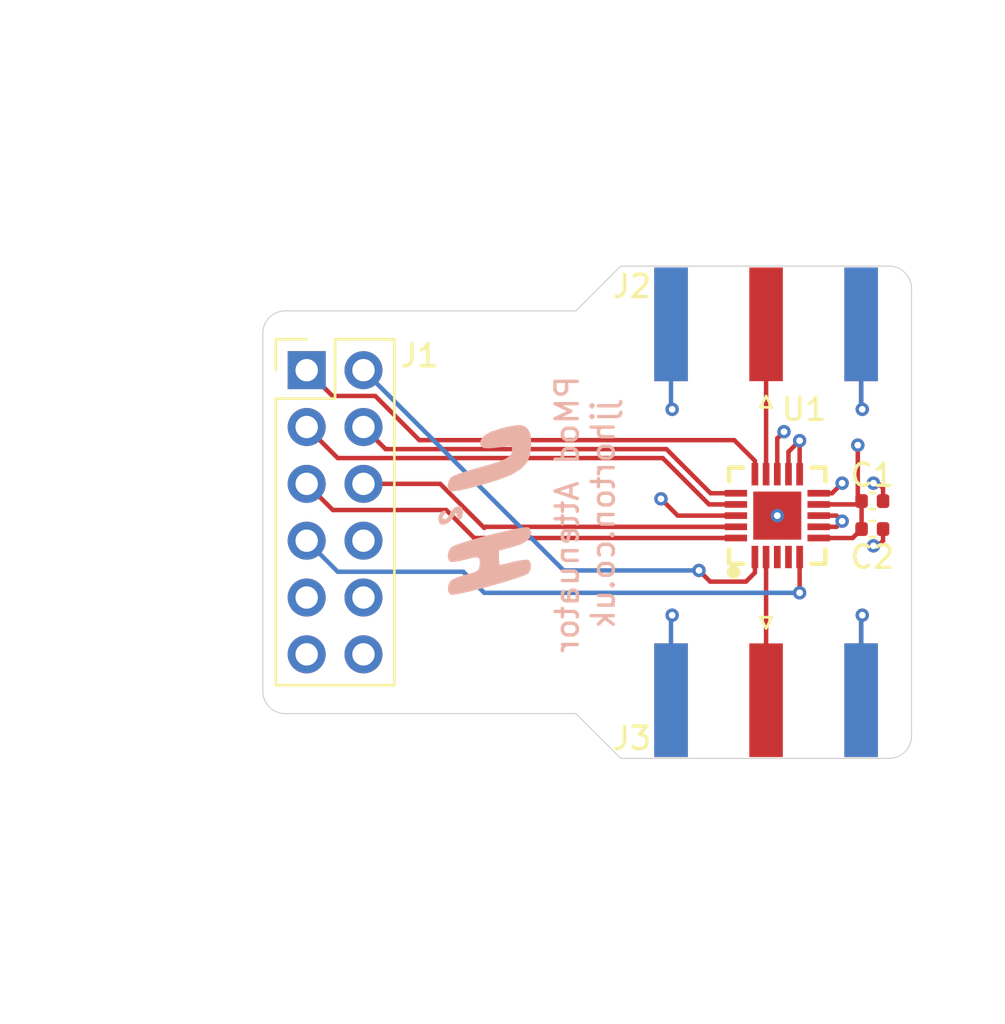
<source format=kicad_pcb>
(kicad_pcb (version 20241229) (generator "pcbnew") (generator_version "9.0")
  (layers (0 "F.Cu" signal) (4 "In1.Cu" signal) (6 "In2.Cu" signal) (2 "B.Cu" signal) (13 "F.Paste" user) (15 "B.Paste" user) (5 "F.SilkS" user "F.Silkscreen") (7 "B.SilkS" user "B.Silkscreen") (1 "F.Mask" user) (3 "B.Mask" user) (25 "Edge.Cuts" user))
  (net 0 "")
  (net 1 "+3V3")
  (net 2 "GND")
  (net 3 "Data_C2")
  (net 4 "Data_C1")
  (net 5 "Data_C16")
  (net 7 "Data_C4")
  (net 8 "LE")
  (net 9 "Data_C8")
  (net 10 "Data_C5")
  (net 12 "Net-(J3-In)")
  (net 14 "Net-(J2-In)")
  (footprint "easyeda:QFN-20_L4.0-W4.0-P0.50-BL-EP2.2" (layer "F.Cu") (at 154 92.15)
    (property "Reference" "U1" (at 1.2 -4.75 0) (layer "F.SilkS"))
    (property "Value" "PE4312C-Z")
    (fp_line (start -2.15 -2.15) (end -2.15 -1.53) (stroke (width 0.2)) (layer "F.SilkS"))
    (fp_line (start -2.15 2.15) (end -2.15 1.52) (stroke (width 0.2)) (layer "F.SilkS"))
    (fp_line (start -1.52 -2.15) (end -2.15 -2.15) (stroke (width 0.2)) (layer "F.SilkS"))
    (fp_line (start -1.52 2.15) (end -2.15 2.15) (stroke (width 0.2)) (layer "F.SilkS"))
    (fp_line (start 1.53 2.15) (end 2.15 2.15) (stroke (width 0.2)) (layer "F.SilkS"))
    (fp_line (start 2.15 -2.15) (end 1.53 -2.15) (stroke (width 0.2)) (layer "F.SilkS"))
    (fp_line (start 2.15 -1.53) (end 2.15 -2.15) (stroke (width 0.2)) (layer "F.SilkS"))
    (fp_line (start 2.15 2.15) (end 2.15 1.52) (stroke (width 0.2)) (layer "F.SilkS"))
    (fp_arc (start -1.95 2.52) (mid -1.95 2.52) (end -1.95 2.52) (stroke (width 0.3)) (layer "F.SilkS"))
    (pad "1" smd rect (at -1 1.85 180) (size 0.3 1) (layers "F.Cu" "F.Mask" "F.Paste") (net 5 "Data_C16"))
    (pad "2" smd rect (at -0.5 1.85 180) (size 0.3 1) (layers "F.Cu" "F.Mask" "F.Paste") (net 12 "Net-(J3-In)"))
    (pad "3" smd rect (at 0 1.85 180) (size 0.3 1) (layers "F.Cu" "F.Mask" "F.Paste"))
    (pad "4" smd rect (at 0.5 1.85 180) (size 0.3 1) (layers "F.Cu" "F.Mask" "F.Paste"))
    (pad "5" smd rect (at 1 1.85 180) (size 0.3 1) (layers "F.Cu" "F.Mask" "F.Paste") (net 8 "LE"))
    (pad "6" smd rect (at 1.85 1 90) (size 0.3 1) (layers "F.Cu" "F.Mask" "F.Paste") (net 1 "+3V3"))
    (pad "7" smd rect (at 1.85 0.5 90) (size 0.3 1) (layers "F.Cu" "F.Mask" "F.Paste") (net 2 "GND"))
    (pad "8" smd rect (at 1.85 0 90) (size 0.3 1) (layers "F.Cu" "F.Mask" "F.Paste") (net 2 "GND"))
    (pad "9" smd rect (at 1.85 -0.5 90) (size 0.3 1) (layers "F.Cu" "F.Mask" "F.Paste") (net 1 "+3V3"))
    (pad "10" smd rect (at 1.85 -1 90) (size 0.3 1) (layers "F.Cu" "F.Mask" "F.Paste") (net 2 "GND"))
    (pad "11" smd rect (at 1 -1.85 180) (size 0.3 1) (layers "F.Cu" "F.Mask" "F.Paste") (net 2 "GND"))
    (pad "12" smd rect (at 0.5 -1.85 180) (size 0.3 1) (layers "F.Cu" "F.Mask" "F.Paste") (net 2 "GND"))
    (pad "13" smd rect (at 0 -1.85 180) (size 0.3 1) (layers "F.Cu" "F.Mask" "F.Paste") (net 2 "GND"))
    (pad "14" smd rect (at -0.5 -1.85 180) (size 0.3 1) (layers "F.Cu" "F.Mask" "F.Paste") (net 14 "Net-(J2-In)"))
    (pad "15" smd rect (at -1 -1.85 180) (size 0.3 1) (layers "F.Cu" "F.Mask" "F.Paste") (net 9 "Data_C8"))
    (pad "16" smd rect (at -1.85 -1 90) (size 0.3 1) (layers "F.Cu" "F.Mask" "F.Paste") (net 7 "Data_C4"))
    (pad "17" smd rect (at -1.85 -0.5 90) (size 0.3 1) (layers "F.Cu" "F.Mask" "F.Paste") (net 3 "Data_C2"))
    (pad "18" smd rect (at -1.85 0 90) (size 0.3 1) (layers "F.Cu" "F.Mask" "F.Paste") (net 2 "GND"))
    (pad "19" smd rect (at -1.85 0.5 90) (size 0.3 1) (layers "F.Cu" "F.Mask" "F.Paste") (net 4 "Data_C1"))
    (pad "20" smd rect (at -1.85 1 90) (size 0.3 1) (layers "F.Cu" "F.Mask" "F.Paste") (net 10 "Data_C5"))
    (pad "21" smd rect (at 0 0 90) (size 2.15 2.15) (layers "F.Cu" "F.Mask" "F.Paste") (net 2 "GND"))
  )
  (footprint "Capacitor_SMD:C_0402_1005Metric" (layer "F.Cu") (at 158.25 91.5)
    (property "Reference" "C1" (at 0 -1.16 0) (layer "F.SilkS"))
    (property "Value" "0.1uf")
    (fp_line (start -0.107836 -0.36) (end 0.107836 -0.36) (stroke (width 0.12)) (layer "F.SilkS"))
    (fp_line (start -0.107836 0.36) (end 0.107836 0.36) (stroke (width 0.12)) (layer "F.SilkS"))
    (pad "1" smd roundrect (at -0.48 0) (size 0.56 0.62) (layers "F.Cu" "F.Mask" "F.Paste") (net 1 "+3V3"))
    (pad "2" smd roundrect (at 0.48 0) (size 0.56 0.62) (layers "F.Cu" "F.Mask" "F.Paste") (net 2 "GND"))
  )
  (footprint "Connector_Coaxial:SMA_Amphenol_132289_EdgeMount" (layer "F.Cu") (at 153.5 83.6 90)
    (property "Reference" "J2" (at 1.7 -6 0) (layer "F.SilkS"))
    (property "Value" "Conn_Coaxial")
    (fp_line (start -3.71 -0.25) (end -3.71 0.25) (stroke (width 0.12)) (layer "F.SilkS"))
    (fp_line (start -3.21 0) (end -3.71 -0.25) (stroke (width 0.12)) (layer "F.SilkS"))
    (fp_line (start -3.71 0.25) (end -3.21 0) (stroke (width 0.12)) (layer "F.SilkS"))
    (pad "1" smd rect (at 0 0 180) (size 1.5 5.08) (layers "F.Cu" "F.Mask" "F.Paste") (net 14 "Net-(J2-In)"))
    (pad "2" smd rect (at 0 -4.25 180) (size 1.5 5.08) (layers "F.Cu" "F.Mask" "F.Paste") (net 2 "GND"))
    (pad "2" smd rect (at 0 -4.25 180) (size 1.5 5.08) (layers "B.Cu" "B.Mask" "B.Paste") (net 2 "GND"))
    (pad "2" smd rect (at 0 4.25 180) (size 1.5 5.08) (layers "F.Cu" "F.Mask" "F.Paste") (net 2 "GND"))
    (pad "2" smd rect (at 0 4.25 180) (size 1.5 5.08) (layers "B.Cu" "B.Mask" "B.Paste") (net 2 "GND"))
  )
  (footprint "Connector_PinHeader_2.54mm:PinHeader_2x06_P2.54mm_Vertical" (layer "F.Cu") (at 132.96 85.65)
    (property "Reference" "J1" (at 5.04 -0.65 0) (layer "F.SilkS"))
    (property "Value" "Conn_02x06_Odd_Even")
    (fp_line (start -1.38 -1.38) (end 0 -1.38) (stroke (width 0.12)) (layer "F.SilkS"))
    (fp_line (start -1.38 0) (end -1.38 -1.38) (stroke (width 0.12)) (layer "F.SilkS"))
    (fp_line (start -1.38 1.27) (end -1.38 14.08) (stroke (width 0.12)) (layer "F.SilkS"))
    (fp_line (start -1.38 1.27) (end 1.27 1.27) (stroke (width 0.12)) (layer "F.SilkS"))
    (fp_line (start -1.38 14.08) (end 3.92 14.08) (stroke (width 0.12)) (layer "F.SilkS"))
    (fp_line (start 1.27 -1.38) (end 3.92 -1.38) (stroke (width 0.12)) (layer "F.SilkS"))
    (fp_line (start 1.27 1.27) (end 1.27 -1.38) (stroke (width 0.12)) (layer "F.SilkS"))
    (fp_line (start 3.92 -1.38) (end 3.92 14.08) (stroke (width 0.12)) (layer "F.SilkS"))
    (pad "1" thru_hole rect (at 0 0) (size 1.7 1.7) (drill 1) (layers "*.Cu" "*.Mask") (net 9 "Data_C8"))
    (pad "2" thru_hole circle (at 2.54 0) (size 1.7 1.7) (drill 1) (layers "*.Cu" "*.Mask") (net 5 "Data_C16"))
    (pad "3" thru_hole circle (at 0 2.54) (size 1.7 1.7) (drill 1) (layers "*.Cu" "*.Mask") (net 3 "Data_C2"))
    (pad "4" thru_hole circle (at 2.54 2.54) (size 1.7 1.7) (drill 1) (layers "*.Cu" "*.Mask") (net 7 "Data_C4"))
    (pad "5" thru_hole circle (at 0 5.08) (size 1.7 1.7) (drill 1) (layers "*.Cu" "*.Mask") (net 10 "Data_C5"))
    (pad "6" thru_hole circle (at 2.54 5.08) (size 1.7 1.7) (drill 1) (layers "*.Cu" "*.Mask") (net 4 "Data_C1"))
    (pad "7" thru_hole circle (at 0 7.62) (size 1.7 1.7) (drill 1) (layers "*.Cu" "*.Mask") (net 8 "LE"))
    (pad "8" thru_hole circle (at 2.54 7.62) (size 1.7 1.7) (drill 1) (layers "*.Cu" "*.Mask"))
    (pad "9" thru_hole circle (at 0 10.16) (size 1.7 1.7) (drill 1) (layers "*.Cu" "*.Mask") (net 2 "GND"))
    (pad "10" thru_hole circle (at 2.54 10.16) (size 1.7 1.7) (drill 1) (layers "*.Cu" "*.Mask") (net 2 "GND"))
    (pad "11" thru_hole circle (at 0 12.7) (size 1.7 1.7) (drill 1) (layers "*.Cu" "*.Mask") (net 1 "+3V3"))
    (pad "12" thru_hole circle (at 2.54 12.7) (size 1.7 1.7) (drill 1) (layers "*.Cu" "*.Mask") (net 1 "+3V3"))
  )
  (footprint "Capacitor_SMD:C_0402_1005Metric" (layer "F.Cu") (at 158.25 92.75)
    (property "Reference" "C2" (at 0 1.25 0) (layer "F.SilkS"))
    (property "Value" "100pF")
    (fp_line (start -0.107836 -0.36) (end 0.107836 -0.36) (stroke (width 0.12)) (layer "F.SilkS"))
    (fp_line (start -0.107836 0.36) (end 0.107836 0.36) (stroke (width 0.12)) (layer "F.SilkS"))
    (pad "1" smd roundrect (at -0.48 0) (size 0.56 0.62) (layers "F.Cu" "F.Mask" "F.Paste") (net 1 "+3V3"))
    (pad "2" smd roundrect (at 0.48 0) (size 0.56 0.62) (layers "F.Cu" "F.Mask" "F.Paste") (net 2 "GND"))
  )
  (footprint "Connector_Coaxial:SMA_Amphenol_132289_EdgeMount" (layer "F.Cu") (at 153.5 100.4 -90)
    (property "Reference" "J3" (at 1.7 6 0) (layer "F.SilkS"))
    (property "Value" "Conn_Coaxial")
    (fp_line (start -3.71 0.25) (end -3.21 0) (stroke (width 0.12)) (layer "F.SilkS"))
    (fp_line (start -3.21 0) (end -3.71 -0.25) (stroke (width 0.12)) (layer "F.SilkS"))
    (fp_line (start -3.71 -0.25) (end -3.71 0.25) (stroke (width 0.12)) (layer "F.SilkS"))
    (pad "1" smd rect (at 0 0) (size 1.5 5.08) (layers "F.Cu" "F.Mask" "F.Paste") (net 12 "Net-(J3-In)"))
    (pad "2" smd rect (at 0 -4.25) (size 1.5 5.08) (layers "F.Cu" "F.Mask" "F.Paste") (net 2 "GND"))
    (pad "2" smd rect (at 0 -4.25) (size 1.5 5.08) (layers "B.Cu" "B.Mask" "B.Paste") (net 2 "GND"))
    (pad "2" smd rect (at 0 4.25) (size 1.5 5.08) (layers "F.Cu" "F.Mask" "F.Paste") (net 2 "GND"))
    (pad "2" smd rect (at 0 4.25) (size 1.5 5.08) (layers "B.Cu" "B.Mask" "B.Paste") (net 2 "GND"))
  )
  (footprint "jjh:j2h_small" (layer "B.Cu") (at 141.3 91.9 -90)
    (property "Reference" "G***" (hide yes))
    (property "Value" "LOGO" (hide yes))
    (fp_poly (pts (xy 0.600871 2.393282) (xy 0.644177 2.334949) (xy 0.638427 2.138705) (xy 0.512548 1.933058) (xy 0.302723 1.773723) (xy 0.270019 1.758832) (xy 0.118525 1.689685) (xy 0.115652 1.655199) (xy 0.232834 1.629997) (xy 0.39938 1.562052) (xy 0.424049 1.468015) (xy 0.32157 1.386201) (xy 0.127 1.354667) (xy -0.081456 1.376338) (xy -0.162652 1.454071) (xy -0.168037 1.502833) (xy -0.110065 1.730766) (xy 0.0774 1.889396) (xy 0.192223 1.939941) (xy 0.358612 2.042927) (xy 0.423334 2.156905) (xy 0.379179 2.273896) (xy 0.262158 2.248576) (xy 0.187678 2.185811) (xy 0.071751 2.12442) (xy 0.021186 2.182195) (xy 0.071385 2.311641) (xy 0.082969 2.326287) (xy 0.242541 2.427061) (xy 0.440065 2.449776) (xy 0.600871 2.393282)) (stroke (width 0.01)) (fill yes) (layer "B.SilkS"))
    (fp_poly (pts (xy -0.916266 2.009227) (xy -0.853482 1.905249) (xy -0.846666 1.779412) (xy -0.873808 1.544377) (xy -0.947163 1.192884) (xy -1.054627 0.767452) (xy -1.184096 0.310597) (xy -1.323466 -0.135162) (xy -1.460632 -0.527309) (xy -1.583491 -0.823326) (xy -1.593507 -0.843949) (xy -1.84552 -1.254772) (xy -2.138795 -1.518476) (xy -2.508188 -1.657156) (xy -2.933521 -1.693333) (xy -3.263589 -1.680518) (xy -3.476315 -1.633994) (xy -3.622307 -1.541641) (xy -3.640666 -1.524) (xy -3.743665 -1.393135) (xy -3.79329 -1.236553) (xy -3.789599 -1.019163) (xy -3.732647 -0.70587) (xy -3.64259 -0.338667) (xy -3.490729 0.121096) (xy -3.312754 0.419638) (xy -3.103321 0.563792) (xy -2.927834 0.575511) (xy -2.820682 0.519823) (xy -2.766175 0.376243) (xy -2.762291 0.122477) (xy -2.807013 -0.263767) (xy -2.835438 -0.4445) (xy -2.870183 -0.685662) (xy -2.858652 -0.803872) (xy -2.78396 -0.842943) (xy -2.68046 -0.846667) (xy -2.529615 -0.818556) (xy -2.398393 -0.720882) (xy -2.276258 -0.533626) (xy -2.152674 -0.236772) (xy -2.017104 0.189696) (xy -1.88659 0.661479) (xy -1.769102 1.076097) (xy -1.65248 1.440471) (xy -1.549369 1.717989) (xy -1.472416 1.872037) (xy -1.465559 1.880465) (xy -1.280323 1.994264) (xy -1.087544 2.032) (xy -0.916266 2.009227)) (stroke (width 0.01)) (fill yes) (layer "B.SilkS"))
    (fp_poly (pts (xy 2.237663 1.98957) (xy 2.315048 1.909091) (xy 2.317395 1.769299) (xy 2.277991 1.521819) (xy 2.206716 1.225413) (xy 2.12553 0.898368) (xy 2.114169 0.702877) (xy 2.18633 0.610734) (xy 2.355712 0.593731) (xy 2.506774 0.60752) (xy 2.633231 0.636476) (xy 2.720861 0.712238) (xy 2.792752 0.872) (xy 2.871995 1.152955) (xy 2.890385 1.225482) (xy 2.984196 1.534236) (xy 3.089379 1.783792) (xy 3.183707 1.921744) (xy 3.186641 1.923982) (xy 3.398254 2.015938) (xy 3.611894 2.018021) (xy 3.761774 1.933431) (xy 3.783231 1.894971) (xy 3.781034 1.761583) (xy 3.735539 1.498458) (xy 3.655356 1.13665) (xy 3.549094 0.707213) (xy 3.425361 0.241201) (xy 3.292766 -0.230331) (xy 3.159919 -0.67633) (xy 3.035428 -1.06574) (xy 2.927903 -1.36751) (xy 2.845952 -1.550583) (xy 2.817806 -1.5875) (xy 2.614785 -1.676754) (xy 2.404105 -1.681246) (xy 2.254233 -1.603673) (xy 2.231205 -1.564388) (xy 2.225391 -1.419684) (xy 2.258883 -1.168692) (xy 2.318529 -0.890821) (xy 2.38814 -0.607242) (xy 2.437404 -0.394221) (xy 2.455334 -0.3001) (xy 2.380384 -0.27063) (xy 2.194237 -0.25484) (xy 2.132988 -0.254) (xy 1.810642 -0.254) (xy 1.656137 -0.849699) (xy 1.514022 -1.275408) (xy 1.343928 -1.546476) (xy 1.135247 -1.676698) (xy 1.007528 -1.693333) (xy 0.831352 -1.632768) (xy 0.778031 -1.585649) (xy 0.769726 -1.471454) (xy 0.803174 -1.225705) (xy 0.870567 -0.878769) (xy 0.964097 -0.461011) (xy 1.075958 -0.002795) (xy 1.198342 0.465513) (xy 1.323442 0.913547) (xy 1.443449 1.310942) (xy 1.550558 1.627333) (xy 1.636959 1.832354) (xy 1.670065 1.883733) (xy 1.842479 1.991941) (xy 2.054555 2.02812) (xy 2.237663 1.98957)) (stroke (width 0.01)) (fill yes) (layer "B.SilkS"))
  )
  (gr_line (start 147 81) (end 145 83) (stroke (width 0.05)) (layer "Edge.Cuts"))
  (gr_line (start 131 84) (end 131 100) (stroke (width 0.05)) (layer "Edge.Cuts"))
  (gr_arc (start 131 84) (mid 131.292893 83.292893) (end 132 83) (stroke (width 0.05)) (layer "Edge.Cuts"))
  (gr_line (start 147 103) (end 159 103) (stroke (width 0.05)) (layer "Edge.Cuts"))
  (gr_line (start 160 102) (end 160 82) (stroke (width 0.05)) (layer "Edge.Cuts"))
  (gr_arc (start 159 81) (mid 159.707107 81.292893) (end 160 82) (stroke (width 0.05)) (layer "Edge.Cuts"))
  (gr_line (start 159 81) (end 147 81) (stroke (width 0.05)) (layer "Edge.Cuts"))
  (gr_arc (start 160 102) (mid 159.707107 102.707107) (end 159 103) (stroke (width 0.05)) (layer "Edge.Cuts"))
  (gr_line (start 145 83) (end 132 83) (stroke (width 0.05)) (layer "Edge.Cuts"))
  (gr_line (start 145 101) (end 147 103) (stroke (width 0.05)) (layer "Edge.Cuts"))
  (gr_arc (start 132 101) (mid 131.292893 100.707107) (end 131 100) (stroke (width 0.05)) (layer "Edge.Cuts"))
  (gr_line (start 132 101) (end 145 101) (stroke (width 0.05)) (layer "Edge.Cuts"))
  (gr_text "PMod Attenuator\njjhorton.co.uk" (at 146.8 92.1 90) (layer "B.SilkS") (effects (font (size 1 1)) (justify bottom mirror)))
  (segment (start 155.85 93.15) (end 157.37 93.15) (width 0.2) (layer "F.Cu") (net 1))
  (segment (start 157.6 91.33) (end 157.6 90.1) (width 0.2) (layer "F.Cu") (net 1))
  (segment (start 157.62 91.65) (end 157.77 91.5) (width 0.2) (layer "F.Cu") (net 1))
  (segment (start 157.6 90.1) (end 157.6 89) (width 0.2) (layer "F.Cu") (net 1))
  (segment (start 157.77 91.5) (end 157.77 92.75) (width 0.2) (layer "F.Cu") (net 1))
  (segment (start 157.6 91.33) (end 157.77 91.5) (width 0.2) (layer "F.Cu") (net 1))
  (segment (start 157.37 93.15) (end 157.77 92.75) (width 0.2) (layer "F.Cu") (net 1))
  (segment (start 155.85 91.65) (end 157.62 91.65) (width 0.2) (layer "F.Cu") (net 1))
  (via (at 157.6 89) (size 0.6) (drill 0.3) (layers "F.Cu" "B.Cu") (net 1))
  (segment (start 149.25 100.4) (end 149.25 96.65) (width 0.2) (layer "F.Cu") (net 2))
  (segment (start 149.25 83.6) (end 149.25 87.35) (width 0.2) (layer "F.Cu") (net 2))
  (segment (start 157.75 83.6) (end 157.75 87.35) (width 0.2) (layer "F.Cu") (net 2))
  (segment (start 157.75 87.35) (end 157.8 87.4) (width 0.2) (layer "F.Cu") (net 2))
  (segment (start 149.25 96.65) (end 149.3 96.6) (width 0.2) (layer "F.Cu") (net 2))
  (segment (start 158.73 93.27) (end 158.73 92.75) (width 0.2) (layer "F.Cu") (net 2))
  (segment (start 157.75 100.4) (end 157.75 96.65) (width 0.2) (layer "F.Cu") (net 2))
  (segment (start 149.25 87.35) (end 149.3 87.4) (width 0.2) (layer "F.Cu") (net 2))
  (segment (start 157.75 96.65) (end 157.8 96.6) (width 0.2) (layer "F.Cu") (net 2))
  (segment (start 154.5 90.3) (end 154.5 89.3) (width 0.2) (layer "F.Cu") (net 2))
  (segment (start 155 90.3) (end 155 88.8) (width 0.2) (layer "F.Cu") (net 2))
  (segment (start 155.85 91.15) (end 156.45 91.15) (width 0.2) (layer "F.Cu") (net 2))
  (segment (start 155.85 92.65) (end 156.65 92.65) (width 0.2) (layer "F.Cu") (net 2))
  (segment (start 158.5 90.7) (end 158.73 90.93) (width 0.2) (layer "F.Cu") (net 2))
  (segment (start 158.3 93.5) (end 158.5 93.5) (width 0.2) (layer "F.Cu") (net 2))
  (segment (start 156.65 92.65) (end 156.9 92.4) (width 0.2) (layer "F.Cu") (net 2))
  (segment (start 154.5 89.3) (end 155 88.8) (width 0.2) (layer "F.Cu") (net 2))
  (segment (start 155.85 92.15) (end 156.65 92.15) (width 0.2) (layer "F.Cu") (net 2))
  (segment (start 156.45 91.15) (end 156.9 90.7) (width 0.2) (layer "F.Cu") (net 2))
  (segment (start 158.5 93.5) (end 158.73 93.27) (width 0.2) (layer "F.Cu") (net 2))
  (segment (start 158.3 90.7) (end 158.5 90.7) (width 0.2) (layer "F.Cu") (net 2))
  (segment (start 158.73 90.93) (end 158.73 91.5) (width 0.2) (layer "F.Cu") (net 2))
  (segment (start 152.15 92.15) (end 149.55 92.15) (width 0.2) (layer "F.Cu") (net 2))
  (segment (start 149.55 92.15) (end 148.8 91.4) (width 0.2) (layer "F.Cu") (net 2))
  (segment (start 154 88.7) (end 154.3 88.4) (width 0.2) (layer "F.Cu") (net 2))
  (segment (start 154 90.3) (end 154 88.7) (width 0.2) (layer "F.Cu") (net 2))
  (segment (start 156.65 92.15) (end 156.9 92.4) (width 0.2) (layer "F.Cu") (net 2))
  (via (at 156.9 90.7) (size 0.6) (drill 0.3) (layers "F.Cu" "B.Cu") (net 2))
  (via (at 149.3 96.6) (size 0.6) (drill 0.3) (layers "F.Cu" "B.Cu") (net 2))
  (via (at 157.8 96.6) (size 0.6) (drill 0.3) (layers "F.Cu" "B.Cu") (net 2))
  (via (at 158.3 90.7) (size 0.6) (drill 0.3) (layers "F.Cu" "B.Cu") (net 2))
  (via (at 154 92.15) (size 0.6) (drill 0.3) (layers "F.Cu" "B.Cu") (net 2))
  (via (at 156.9 92.4) (size 0.6) (drill 0.3) (layers "F.Cu" "B.Cu") (net 2))
  (via (at 155 88.8) (size 0.6) (drill 0.3) (layers "F.Cu" "B.Cu") (net 2))
  (via (at 157.8 87.4) (size 0.6) (drill 0.3) (layers "F.Cu" "B.Cu") (net 2))
  (via (at 154.3 88.4) (size 0.6) (drill 0.3) (layers "F.Cu" "B.Cu") (net 2))
  (via (at 148.8 91.4) (size 0.6) (drill 0.3) (layers "F.Cu" "B.Cu") (net 2))
  (via (at 149.3 87.4) (size 0.6) (drill 0.3) (layers "F.Cu" "B.Cu") (net 2))
  (via (at 158.3 93.5) (size 0.6) (drill 0.3) (layers "F.Cu" "B.Cu") (net 2))
  (segment (start 157.75 87.35) (end 157.75 83.6) (width 0.2) (layer "B.Cu") (net 2))
  (segment (start 149.25 100.4) (end 149.25 96.65) (width 0.2) (layer "B.Cu") (net 2))
  (segment (start 157.8 87.4) (end 157.75 87.35) (width 0.2) (layer "B.Cu") (net 2))
  (segment (start 149.25 96.65) (end 149.3 96.6) (width 0.2) (layer "B.Cu") (net 2))
  (segment (start 149.3 87.4) (end 149.25 87.35) (width 0.2) (layer "B.Cu") (net 2))
  (segment (start 157.75 96.65) (end 157.8 96.6) (width 0.2) (layer "B.Cu") (net 2))
  (segment (start 157.75 100.4) (end 157.75 96.65) (width 0.2) (layer "B.Cu") (net 2))
  (segment (start 149.25 87.35) (end 149.25 83.6) (width 0.2) (layer "B.Cu") (net 2))
  (segment (start 134.349 89.579) (end 132.96 88.19) (width 0.2) (layer "F.Cu") (net 3))
  (segment (start 150.95 91.65) (end 148.879 89.579) (width 0.2) (layer "F.Cu") (net 3))
  (segment (start 148.879 89.579) (end 134.349 89.579) (width 0.2) (layer "F.Cu") (net 3))
  (segment (start 152.15 91.65) (end 150.95 91.65) (width 0.2) (layer "F.Cu") (net 3))
  (segment (start 140.9 92.7) (end 138.93 90.73) (width 0.2) (layer "F.Cu") (net 4))
  (segment (start 140.95 92.65) (end 140.9 92.7) (width 0.2) (layer "F.Cu") (net 4))
  (segment (start 152.15 92.65) (end 140.95 92.65) (width 0.2) (layer "F.Cu") (net 4))
  (segment (start 138.93 90.73) (end 135.5 90.73) (width 0.2) (layer "F.Cu") (net 4))
  (segment (start 151 95.1) (end 150.5 94.6) (width 0.2) (layer "F.Cu") (net 5))
  (segment (start 153 94) (end 153 94.7) (width 0.2) (layer "F.Cu") (net 5))
  (segment (start 153 94.7) (end 152.6 95.1) (width 0.2) (layer "F.Cu") (net 5))
  (segment (start 152.6 95.1) (end 151 95.1) (width 0.2) (layer "F.Cu") (net 5))
  (via (at 150.5 94.6) (size 0.6) (drill 0.3) (layers "F.Cu" "B.Cu") (net 5))
  (segment (start 144.45 94.6) (end 135.5 85.65) (width 0.2) (layer "B.Cu") (net 5))
  (segment (start 150.5 94.6) (end 144.45 94.6) (width 0.2) (layer "B.Cu") (net 5))
  (segment (start 152.15 91.15) (end 151.0171 91.15) (width 0.2) (layer "F.Cu") (net 7))
  (segment (start 136.488 89.178) (end 135.5 88.19) (width 0.2) (layer "F.Cu") (net 7))
  (segment (start 151.0171 91.15) (end 149.0451 89.178) (width 0.2) (layer "F.Cu") (net 7))
  (segment (start 149.0451 89.178) (end 136.488 89.178) (width 0.2) (layer "F.Cu") (net 7))
  (segment (start 155 94) (end 155 95.6) (width 0.2) (layer "F.Cu") (net 8))
  (via (at 155 95.6) (size 0.6) (drill 0.3) (layers "F.Cu" "B.Cu") (net 8))
  (segment (start 139.959 94.659) (end 134.349 94.659) (width 0.2) (layer "B.Cu") (net 8))
  (segment (start 134.349 94.659) (end 132.96 93.27) (width 0.2) (layer "B.Cu") (net 8))
  (segment (start 155 95.6) (end 140.9 95.6) (width 0.2) (layer "B.Cu") (net 8))
  (segment (start 140.9 95.6) (end 139.959 94.659) (width 0.2) (layer "B.Cu") (net 8))
  (segment (start 136.024 86.801) (end 138 88.777) (width 0.2) (layer "F.Cu") (net 9))
  (segment (start 153 89.7) (end 153 90.3) (width 0.2) (layer "F.Cu") (net 9))
  (segment (start 132.96 85.65) (end 134.111 86.801) (width 0.2) (layer "F.Cu") (net 9))
  (segment (start 134.111 86.801) (end 136.024 86.801) (width 0.2) (layer "F.Cu") (net 9))
  (segment (start 138 88.777) (end 152.077 88.777) (width 0.2) (layer "F.Cu") (net 9))
  (segment (start 152.077 88.777) (end 153 89.7) (width 0.2) (layer "F.Cu") (net 9))
  (segment (start 139.2 91.9) (end 134.13 91.9) (width 0.2) (layer "F.Cu") (net 10))
  (segment (start 152.15 93.15) (end 140.45 93.15) (width 0.2) (layer "F.Cu") (net 10))
  (segment (start 140.45 93.15) (end 139.2 91.9) (width 0.2) (layer "F.Cu") (net 10))
  (segment (start 134.13 91.9) (end 132.96 90.73) (width 0.2) (layer "F.Cu") (net 10))
  (segment (start 153.5 100.4) (end 153.5 94) (width 0.2) (layer "F.Cu") (net 12))
  (segment (start 153.5 83.6) (end 153.5 90.3) (width 0.2) (layer "F.Cu") (net 14))
)
</source>
